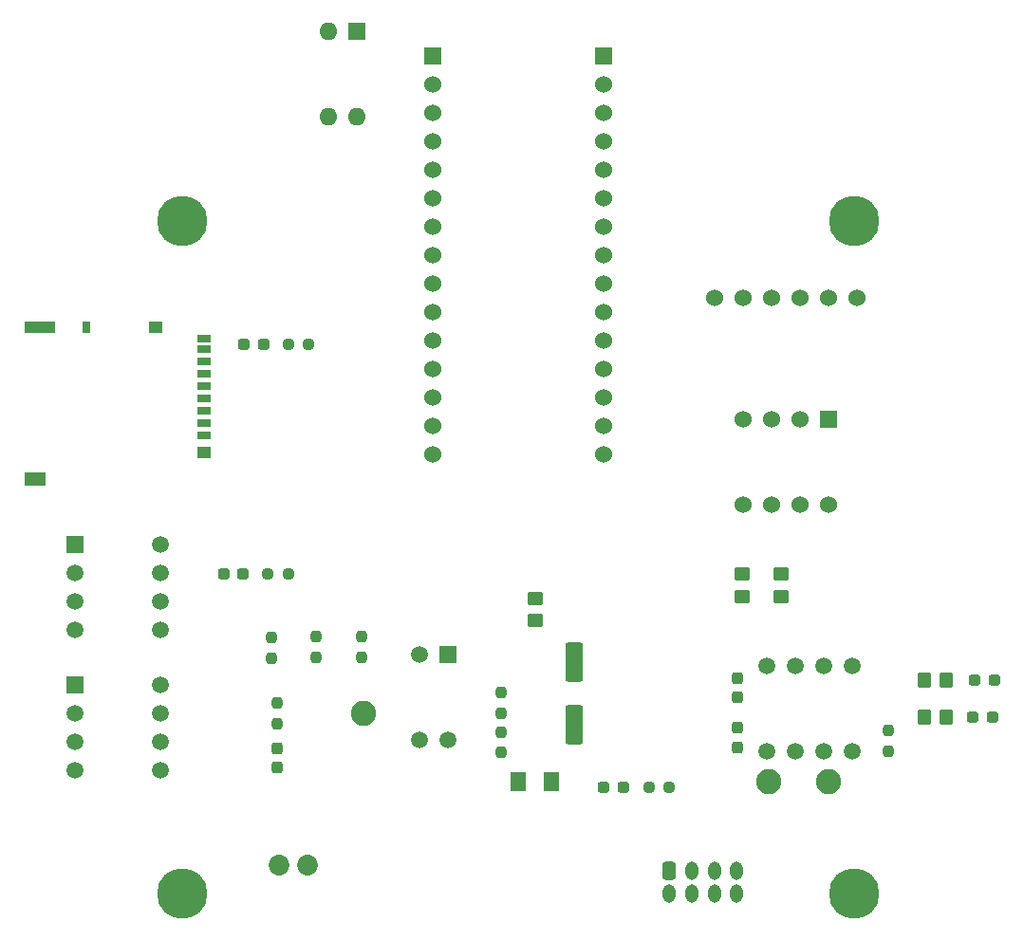
<source format=gbr>
%TF.GenerationSoftware,KiCad,Pcbnew,7.0.1-0*%
%TF.CreationDate,2023-05-25T18:17:30+09:00*%
%TF.ProjectId,SensingModule,53656e73-696e-4674-9d6f-64756c652e6b,rev?*%
%TF.SameCoordinates,Original*%
%TF.FileFunction,Soldermask,Top*%
%TF.FilePolarity,Negative*%
%FSLAX46Y46*%
G04 Gerber Fmt 4.6, Leading zero omitted, Abs format (unit mm)*
G04 Created by KiCad (PCBNEW 7.0.1-0) date 2023-05-25 18:17:30*
%MOMM*%
%LPD*%
G01*
G04 APERTURE LIST*
G04 Aperture macros list*
%AMRoundRect*
0 Rectangle with rounded corners*
0 $1 Rounding radius*
0 $2 $3 $4 $5 $6 $7 $8 $9 X,Y pos of 4 corners*
0 Add a 4 corners polygon primitive as box body*
4,1,4,$2,$3,$4,$5,$6,$7,$8,$9,$2,$3,0*
0 Add four circle primitives for the rounded corners*
1,1,$1+$1,$2,$3*
1,1,$1+$1,$4,$5*
1,1,$1+$1,$6,$7*
1,1,$1+$1,$8,$9*
0 Add four rect primitives between the rounded corners*
20,1,$1+$1,$2,$3,$4,$5,0*
20,1,$1+$1,$4,$5,$6,$7,0*
20,1,$1+$1,$6,$7,$8,$9,0*
20,1,$1+$1,$8,$9,$2,$3,0*%
G04 Aperture macros list end*
%ADD10RoundRect,0.250000X-0.350000X-0.450000X0.350000X-0.450000X0.350000X0.450000X-0.350000X0.450000X0*%
%ADD11RoundRect,0.237500X0.237500X-0.250000X0.237500X0.250000X-0.237500X0.250000X-0.237500X-0.250000X0*%
%ADD12C,1.530000*%
%ADD13C,1.500000*%
%ADD14R,1.600000X1.600000*%
%ADD15O,1.600000X1.600000*%
%ADD16RoundRect,0.237500X-0.287500X-0.237500X0.287500X-0.237500X0.287500X0.237500X-0.287500X0.237500X0*%
%ADD17RoundRect,0.237500X0.250000X0.237500X-0.250000X0.237500X-0.250000X-0.237500X0.250000X-0.237500X0*%
%ADD18C,4.500000*%
%ADD19C,2.250000*%
%ADD20RoundRect,0.237500X0.237500X-0.300000X0.237500X0.300000X-0.237500X0.300000X-0.237500X-0.300000X0*%
%ADD21RoundRect,0.237500X0.287500X0.237500X-0.287500X0.237500X-0.287500X-0.237500X0.287500X-0.237500X0*%
%ADD22RoundRect,0.237500X-0.237500X0.250000X-0.237500X-0.250000X0.237500X-0.250000X0.237500X0.250000X0*%
%ADD23R,1.500000X1.500000*%
%ADD24RoundRect,0.250000X0.450000X-0.350000X0.450000X0.350000X-0.450000X0.350000X-0.450000X-0.350000X0*%
%ADD25R,1.530000X1.530000*%
%ADD26RoundRect,0.250001X0.462499X0.624999X-0.462499X0.624999X-0.462499X-0.624999X0.462499X-0.624999X0*%
%ADD27RoundRect,0.250000X-0.350000X-0.560000X0.350000X-0.560000X0.350000X0.560000X-0.350000X0.560000X0*%
%ADD28O,1.200000X1.650000*%
%ADD29C,1.853200*%
%ADD30RoundRect,0.237500X0.237500X-0.287500X0.237500X0.287500X-0.237500X0.287500X-0.237500X-0.287500X0*%
%ADD31RoundRect,0.250000X0.550000X-1.500000X0.550000X1.500000X-0.550000X1.500000X-0.550000X-1.500000X0*%
%ADD32R,1.200000X0.700000*%
%ADD33R,0.800000X1.000000*%
%ADD34R,1.200000X1.000000*%
%ADD35R,2.800000X1.000000*%
%ADD36R,1.900000X1.300000*%
G04 APERTURE END LIST*
D10*
%TO.C,R1*%
X184712500Y-116000000D03*
X186712500Y-116000000D03*
%TD*%
D11*
%TO.C,R13*%
X130500000Y-113912500D03*
X130500000Y-112087500D03*
%TD*%
D12*
%TO.C,U2*%
X178740000Y-81859000D03*
X176200000Y-81859000D03*
X173660000Y-81859000D03*
X171120000Y-81859000D03*
X168580000Y-81859000D03*
X166040000Y-81859000D03*
%TD*%
D13*
%TO.C,U1*%
X178300000Y-114700000D03*
X175760000Y-114700000D03*
X173220000Y-114700000D03*
X170680000Y-114700000D03*
X170680000Y-122320000D03*
X173220000Y-122320000D03*
X175760000Y-122320000D03*
X178300000Y-122320000D03*
%TD*%
D14*
%TO.C,SW1*%
X134150000Y-58024432D03*
D15*
X131610000Y-58024432D03*
X131610000Y-65644432D03*
X134150000Y-65644432D03*
%TD*%
D16*
%TO.C,D5*%
X122212500Y-106500000D03*
X123962500Y-106500000D03*
%TD*%
D17*
%TO.C,R7*%
X162000000Y-125500000D03*
X160175000Y-125500000D03*
%TD*%
D16*
%TO.C,D6*%
X124037500Y-86000000D03*
X125787500Y-86000000D03*
%TD*%
D11*
%TO.C,R14*%
X126500000Y-114000000D03*
X126500000Y-112175000D03*
%TD*%
D17*
%TO.C,R15*%
X129825000Y-86000000D03*
X128000000Y-86000000D03*
%TD*%
%TO.C,R11*%
X128000000Y-106500000D03*
X126175000Y-106500000D03*
%TD*%
D18*
%TO.C,REF\u002A\u002A*%
X118500000Y-75000000D03*
%TD*%
D19*
%TO.C,TP2*%
X170852000Y-125015432D03*
%TD*%
D18*
%TO.C,REF\u002A\u002A*%
X118500000Y-135000000D03*
%TD*%
D20*
%TO.C,C1*%
X168058000Y-117522432D03*
X168058000Y-115797432D03*
%TD*%
D21*
%TO.C,D2*%
X190837500Y-119250000D03*
X189087500Y-119250000D03*
%TD*%
D18*
%TO.C,REF\u002A\u002A*%
X178500000Y-135000000D03*
%TD*%
D10*
%TO.C,R3*%
X184712500Y-119250000D03*
X186712500Y-119250000D03*
%TD*%
D22*
%TO.C,R6*%
X147000000Y-120587500D03*
X147000000Y-122412500D03*
%TD*%
D18*
%TO.C,REF\u002A\u002A*%
X178500000Y-75000000D03*
%TD*%
D23*
%TO.C,U4*%
X142275000Y-113700000D03*
D13*
X139735000Y-113700000D03*
X139735000Y-121320000D03*
X142275000Y-121320000D03*
%TD*%
D21*
%TO.C,D1*%
X190962500Y-116000000D03*
X189212500Y-116000000D03*
%TD*%
D11*
%TO.C,R2*%
X181500000Y-122312500D03*
X181500000Y-120487500D03*
%TD*%
D24*
%TO.C,R9*%
X150000000Y-110648432D03*
X150000000Y-108648432D03*
%TD*%
D19*
%TO.C,TP3*%
X134700000Y-118949432D03*
%TD*%
D24*
%TO.C,R4*%
X171995000Y-108500000D03*
X171995000Y-106500000D03*
%TD*%
D16*
%TO.C,D3*%
X156125000Y-125500000D03*
X157875000Y-125500000D03*
%TD*%
D25*
%TO.C,U3*%
X176200000Y-92690000D03*
D12*
X173660000Y-92690000D03*
X171120000Y-92690000D03*
X168580000Y-92690000D03*
X168580000Y-100310000D03*
X171120000Y-100310000D03*
X173660000Y-100310000D03*
X176200000Y-100310000D03*
%TD*%
D25*
%TO.C,U5*%
X140880000Y-60220000D03*
D12*
X140880000Y-62760000D03*
X140880000Y-65300000D03*
X140880000Y-67840000D03*
X140880000Y-70380000D03*
X140880000Y-72920000D03*
X140880000Y-75460000D03*
X140880000Y-78000000D03*
X140880000Y-80540000D03*
X140880000Y-83080000D03*
X140880000Y-85620000D03*
X140880000Y-88160000D03*
X140880000Y-90700000D03*
X140880000Y-93240000D03*
X140880000Y-95780000D03*
D25*
X156120000Y-60220000D03*
D12*
X156120000Y-62760000D03*
X156120000Y-65300000D03*
X156120000Y-67840000D03*
X156120000Y-70380000D03*
X156120000Y-72920000D03*
X156120000Y-75460000D03*
X156120000Y-78000000D03*
X156120000Y-80540000D03*
X156120000Y-83080000D03*
X156120000Y-85620000D03*
X156120000Y-88160000D03*
X156120000Y-90700000D03*
X156120000Y-93240000D03*
X156120000Y-95780000D03*
%TD*%
D20*
%TO.C,C2*%
X168058000Y-121967432D03*
X168058000Y-120242432D03*
%TD*%
D11*
%TO.C,R12*%
X134500000Y-113912500D03*
X134500000Y-112087500D03*
%TD*%
D23*
%TO.C,U6*%
X109000000Y-116380000D03*
D13*
X109000000Y-118920000D03*
X109000000Y-121460000D03*
X109000000Y-124000000D03*
X116620000Y-124000000D03*
X116620000Y-121460000D03*
X116620000Y-118920000D03*
X116620000Y-116380000D03*
%TD*%
D26*
%TO.C,F1*%
X151487500Y-125000000D03*
X148512500Y-125000000D03*
%TD*%
D27*
%TO.C,J1*%
X162000000Y-133000000D03*
D28*
X162000000Y-135000000D03*
X164000000Y-133000000D03*
X164000000Y-135000000D03*
X166000000Y-133000000D03*
X166000000Y-135000000D03*
X168000000Y-133000000D03*
X168000000Y-135000000D03*
%TD*%
D24*
%TO.C,R5*%
X168500000Y-108489432D03*
X168500000Y-106489432D03*
%TD*%
D29*
%TO.C,J2*%
X127164000Y-132500000D03*
X129704000Y-132500000D03*
%TD*%
D30*
%TO.C,D4*%
X127000000Y-123787500D03*
X127000000Y-122037500D03*
%TD*%
D31*
%TO.C,C3*%
X153500000Y-119941432D03*
X153500000Y-114341432D03*
%TD*%
D19*
%TO.C,TP1*%
X176186000Y-125015432D03*
%TD*%
D22*
%TO.C,R8*%
X147000000Y-117087500D03*
X147000000Y-118912500D03*
%TD*%
D23*
%TO.C,U7*%
X109000000Y-103880000D03*
D13*
X109000000Y-106420000D03*
X109000000Y-108960000D03*
X109000000Y-111500000D03*
X116620000Y-111500000D03*
X116620000Y-108960000D03*
X116620000Y-106420000D03*
X116620000Y-103880000D03*
%TD*%
D22*
%TO.C,R10*%
X127000000Y-118000000D03*
X127000000Y-119825000D03*
%TD*%
D32*
%TO.C,J4*%
X120500000Y-94100000D03*
X120500000Y-93000000D03*
X120500000Y-91900000D03*
X120500000Y-90800000D03*
X120500000Y-89700000D03*
X120500000Y-88600000D03*
X120500000Y-87500000D03*
X120500000Y-86400000D03*
X120500000Y-85450000D03*
D33*
X110000000Y-84500000D03*
D34*
X116200000Y-84500000D03*
D35*
X105850000Y-84500000D03*
D34*
X120500000Y-95650000D03*
D36*
X105400000Y-98000000D03*
%TD*%
M02*

</source>
